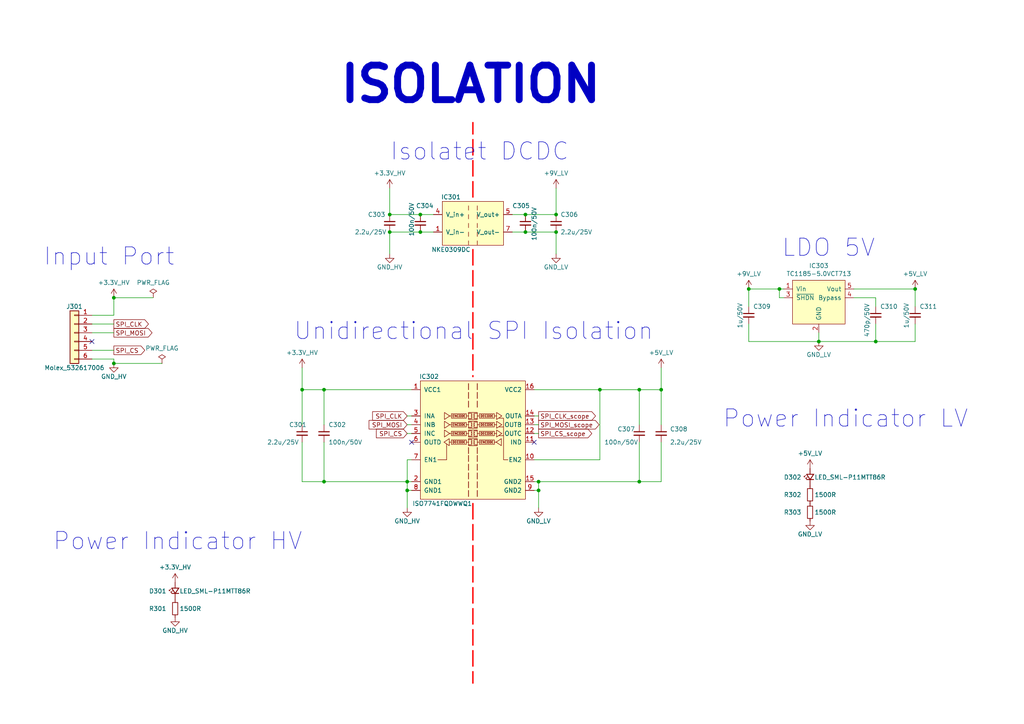
<source format=kicad_sch>
(kicad_sch (version 20211123) (generator eeschema)
  (paper "A4")
  (title_block (title "Isolation") (rev "V0.1") (company "PADERBORN UNIVERSITY DEPARTMENT OF POWER ELECTRONICS AND ELECTRICAL DRIVES"))
  (lib_symbols
    (symbol "Device:C_Small" (pin_numbers hide) (pin_names (offset 0.254) hide)
      (property "Reference" "C" (at 0.254 1.778 0))
      (property "Value" "C_Small" (at 0.254 -2.032 0))
      (symbol "C_Small_0_1"
        (polyline (pts (xy -1.524 -0.508) (xy 1.524 -0.508)) (stroke (width 0.3302)))
        (polyline (pts (xy -1.524 0.508) (xy 1.524 0.508)) (stroke (width 0.3048)))
      )
      (symbol "C_Small_1_1"
        (pin passive line (at 0 2.54 270) (length 2.032) (name "~") (number "1"))
        (pin passive line (at 0 -2.54 90) (length 2.032) (name "~") (number "2"))
      )
    )
    (symbol "Device:R_Small" (pin_numbers hide) (pin_names (offset 0.254) hide)
      (property "Reference" "R" (at 0.762 0.508 0))
      (property "Value" "R_Small" (at 0.762 -1.016 0))
      (symbol "R_Small_0_1"
        (rectangle (start -0.762 1.778) (end 0.762 -1.778) (stroke (width 0.2032)))
      )
      (symbol "R_Small_1_1"
        (pin passive line (at 0 2.54 270) (length 0.762) (name "~") (number "1"))
        (pin passive line (at 0 -2.54 90) (length 0.762) (name "~") (number "2"))
      )
    )
    (symbol "LEA_SymbolLibrary:+3.3V_HV" (power) (pin_numbers hide) (pin_names (offset 0))
      (property "Value" "LEA_SymbolLibrary_+3.3V_HV" (at 0 5.08 0))
      (symbol "+3.3V_HV_1_1"
        (polyline (pts (xy -0.762 1.27) (xy 0 2.54)))
        (polyline (pts (xy 0 0) (xy 0 2.54)))
        (polyline (pts (xy 0 2.54) (xy 0.762 1.27)))
        (pin power_in line (at 0 0 90) (length 0) hide (name "+3.3V_HV") (number "1"))
      )
    )
    (symbol "LEA_SymbolLibrary:+5V_LV" (power) (pin_numbers hide) (pin_names (offset 0))
      (property "Value" "LEA_SymbolLibrary_+5V_LV" (at 0 5.08 0))
      (symbol "+5V_LV_1_1"
        (polyline (pts (xy -0.762 1.27) (xy 0 2.54)))
        (polyline (pts (xy 0 0) (xy 0 2.54)))
        (polyline (pts (xy 0 2.54) (xy 0.762 1.27)))
        (pin power_in line (at 0 0 90) (length 0) hide (name "+5V_LV") (number "1"))
      )
    )
    (symbol "LEA_SymbolLibrary:+9V_LV" (power) (pin_numbers hide) (pin_names (offset 0))
      (property "Value" "LEA_SymbolLibrary_+9V_LV" (at 0 5.08 0))
      (symbol "+9V_LV_1_1"
        (polyline (pts (xy -0.762 1.27) (xy 0 2.54)))
        (polyline (pts (xy 0 0) (xy 0 2.54)))
        (polyline (pts (xy 0 2.54) (xy 0.762 1.27)))
        (pin power_in line (at 0 0 90) (length 0) hide (name "+9V_LV") (number "1"))
      )
    )
    (symbol "LEA_SymbolLibrary:GND_HV" (power) (pin_numbers hide) (pin_names (offset 0))
      (property "Value" "LEA_SymbolLibrary_GND_HV" (at -2.54 5.08 0))
      (symbol "GND_HV_1_1"
        (polyline (pts (xy 0 0) (xy 0 -1.27) (xy 1.27 -1.27) (xy 0 -2.54) (xy -1.27 -1.27) (xy 0 -1.27)))
        (pin power_in line (at 0 0 90) (length 0) hide (name "GND_HV") (number "1"))
      )
    )
    (symbol "LEA_SymbolLibrary:GND_LV" (power) (pin_numbers hide) (pin_names (offset 0))
      (property "Value" "LEA_SymbolLibrary_GND_LV" (at -2.54 5.08 0))
      (symbol "GND_LV_1_1"
        (polyline (pts (xy 0 0) (xy 0 -1.27) (xy 1.27 -1.27) (xy 0 -2.54) (xy -1.27 -1.27) (xy 0 -1.27)))
        (pin power_in line (at 0 0 90) (length 0) hide (name "GND_LV") (number "1"))
      )
    )
    (symbol "LEA_SymbolLibrary:ISO7741FQDWWQ1" (pin_names (offset 1.016))
      (property "Reference" "IC" (at -14.224 15.24 0))
      (property "Value" "LEA_SymbolLibrary_ISO7741FQDWWQ1" (at -6.858 -21.844 0))
      (symbol "ISO7741FQDWWQ1_0_1"
        (rectangle (start -15.24 13.97) (end 15.24 -20.32) (fill (type background)))
        (rectangle (start -10.16 -8.89) (end -7.62 -8.89))
        (rectangle (start -7.62 -8.89) (end -7.62 -5.08))
        (rectangle (start -7.62 -5.08) (end -7.62 -4.318))
        (polyline (pts (xy 10.16 -8.89) (xy 8.89 -8.89) (xy 8.89 -1.905) (xy 7.62 -1.905) (xy 8.89 -1.905) (xy 8.89 0.635) (xy 7.62 0.635) (xy 8.89 0.635) (xy 8.89 3.175) (xy 7.62 3.175)))
      )
      (symbol "ISO7741FQDWWQ1_1_1"
        (rectangle (start -1.905 -3.1496) (end -6.223 -4.4196))
        (rectangle (start -1.905 -0.635) (end -6.223 -1.905))
        (rectangle (start -1.905 1.905) (end -6.223 0.635))
        (rectangle (start -1.905 4.445) (end -6.223 3.175))
        (rectangle (start -1.27 -0.254) (end 1.27 -2.286))
        (rectangle (start -1.27 2.286) (end 1.27 0.254))
        (rectangle (start -1.27 4.826) (end 1.27 2.794))
        (arc (start -0.508 -4.5466) (mid -0.254 -4.2926) (end -0.508 -4.0386))
        (arc (start -0.508 -4.0386) (mid -0.254 -3.7846) (end -0.508 -3.5306))
        (arc (start -0.508 -3.5306) (mid -0.254 -3.2766) (end -0.508 -3.0226))
        (arc (start -0.508 -2.032) (mid -0.254 -1.778) (end -0.508 -1.524))
        (arc (start -0.508 -1.524) (mid -0.254 -1.27) (end -0.508 -1.016))
        (arc (start -0.508 -1.016) (mid -0.254 -0.762) (end -0.508 -0.508))
        (arc (start -0.508 0.508) (mid -0.254 0.762) (end -0.508 1.016))
        (arc (start -0.508 1.016) (mid -0.254 1.27) (end -0.508 1.524))
        (arc (start -0.508 1.524) (mid -0.254 1.778) (end -0.508 2.032))
        (arc (start -0.508 3.048) (mid -0.254 3.302) (end -0.508 3.556))
        (arc (start -0.508 3.556) (mid -0.254 3.81) (end -0.508 4.064))
        (arc (start -0.508 4.064) (mid -0.254 4.318) (end -0.508 4.572))
        (polyline (pts (xy -6.223 -3.7846) (xy -6.858 -3.7846)))
        (polyline (pts (xy -6.223 -1.27) (xy -6.858 -1.27)))
        (polyline (pts (xy -6.223 1.27) (xy -6.858 1.27)))
        (polyline (pts (xy -6.223 3.81) (xy -6.858 3.81)))
        (polyline (pts (xy -1.905 -3.7846) (xy -1.27 -3.7846)))
        (polyline (pts (xy -1.905 -1.27) (xy -1.27 -1.27)))
        (polyline (pts (xy -1.905 1.27) (xy -1.27 1.27)))
        (polyline (pts (xy -1.905 3.81) (xy -1.27 3.81)))
        (polyline (pts (xy -1.27 -4.5466) (xy -0.508 -4.5466)))
        (polyline (pts (xy -1.27 -3.0226) (xy -0.508 -3.0226)))
        (polyline (pts (xy -1.27 -2.032) (xy -0.508 -2.032)))
        (polyline (pts (xy -1.27 -0.508) (xy -0.508 -0.508)))
        (polyline (pts (xy -1.27 0.508) (xy -0.508 0.508)))
        (polyline (pts (xy -1.27 2.032) (xy -0.508 2.032)))
        (polyline (pts (xy -1.27 3.048) (xy -0.508 3.048)))
        (polyline (pts (xy -1.27 4.572) (xy -0.508 4.572)))
        (polyline (pts (xy 0 -22.098) (xy 0 -22.098)) (stroke (width 0.4064)))
        (polyline (pts (xy 0 -18.288) (xy 0 -18.288)) (stroke (width 0.1016)))
        (polyline (pts (xy 0 -17.018) (xy 0 -17.018)) (stroke (width 0.4064)))
        (polyline (pts (xy 0 -13.208) (xy 0 -13.208)) (stroke (width 0.1016)))
        (polyline (pts (xy 0 -11.938) (xy 0 -11.938)) (stroke (width 0.4064)))
        (polyline (pts (xy 0 -8.128) (xy 0 -8.128)) (stroke (width 0.1016)))
        (polyline (pts (xy 0 -7.112) (xy 0 -7.112)) (stroke (width 0.4064)))
        (polyline (pts (xy 0 -3.302) (xy 0 -3.302)) (stroke (width 0.1016)))
        (polyline (pts (xy 0 3.81) (xy 0 3.81)) (stroke (width 0.4064)))
        (polyline (pts (xy 0 7.62) (xy 0 7.62)) (stroke (width 0.1016)))
        (polyline (pts (xy 0 8.89) (xy 0 8.89)) (stroke (width 0.4064)))
        (polyline (pts (xy 0 12.7) (xy 0 12.7)) (stroke (width 0.1016)))
        (polyline (pts (xy 1.27 -4.5466) (xy 0.508 -4.5466)))
        (polyline (pts (xy 1.27 -3.0226) (xy 0.508 -3.0226)))
        (polyline (pts (xy 1.27 -2.032) (xy 0.508 -2.032)))
        (polyline (pts (xy 1.27 -0.508) (xy 0.508 -0.508)))
        (polyline (pts (xy 1.27 0.508) (xy 0.508 0.508)))
        (polyline (pts (xy 1.27 2.032) (xy 0.508 2.032)))
        (polyline (pts (xy 1.27 3.048) (xy 0.508 3.048)))
        (polyline (pts (xy 1.27 4.572) (xy 0.508 4.572)))
        (polyline (pts (xy 1.905 -3.7846) (xy 1.27 -3.7846)))
        (polyline (pts (xy 1.905 -1.27) (xy 1.27 -1.27)))
        (polyline (pts (xy 1.905 1.27) (xy 1.27 1.27)))
        (polyline (pts (xy 1.905 3.81) (xy 1.27 3.81)))
        (polyline (pts (xy 6.223 -3.7846) (xy 6.858 -3.7846)))
        (polyline (pts (xy 6.223 -1.27) (xy 6.858 -1.27)))
        (polyline (pts (xy 6.223 1.27) (xy 6.858 1.27)))
        (polyline (pts (xy 6.223 3.81) (xy 6.858 3.81)))
        (polyline (pts (xy -1.27 -17.78) (xy -1.27 -19.304) (xy -1.27 -19.558)) (stroke (width 0.2032)))
        (polyline (pts (xy -1.27 -15.24) (xy -1.27 -16.764) (xy -1.27 -17.018)) (stroke (width 0.2032)))
        (polyline (pts (xy -1.27 -12.7) (xy -1.27 -14.224) (xy -1.27 -14.478)) (stroke (width 0.2032)))
        (polyline (pts (xy -1.27 -10.16) (xy -1.27 -11.684) (xy -1.27 -11.938)) (stroke (width 0.2032)))
        (polyline (pts (xy -1.27 -7.62) (xy -1.27 -9.144) (xy -1.27 -9.398)) (stroke (width 0.2032)))
        (polyline (pts (xy -1.27 -5.334) (xy -1.27 -6.858) (xy -1.27 -7.112)) (stroke (width 0.2032)))
        (polyline (pts (xy -1.27 8.128) (xy -1.27 6.604) (xy -1.27 6.35)) (stroke (width 0.2032)))
        (polyline (pts (xy -1.27 10.668) (xy -1.27 9.144) (xy -1.27 8.89)) (stroke (width 0.2032)))
        (polyline (pts (xy -1.27 13.208) (xy -1.27 11.684) (xy -1.27 11.43)) (stroke (width 0.2032)))
        (polyline (pts (xy 1.27 -17.78) (xy 1.27 -19.304) (xy 1.27 -19.558)) (stroke (width 0.2032)))
        (polyline (pts (xy 1.27 -15.24) (xy 1.27 -16.764) (xy 1.27 -17.018)) (stroke (width 0.2032)))
        (polyline (pts (xy 1.27 -12.7) (xy 1.27 -14.224) (xy 1.27 -14.478)) (stroke (width 0.2032)))
        (polyline (pts (xy 1.27 -10.16) (xy 1.27 -11.684) (xy 1.27 -11.938)) (stroke (width 0.2032)))
        (polyline (pts (xy 1.27 -7.62) (xy 1.27 -9.144) (xy 1.27 -9.398)) (stroke (width 0.2032)))
        (polyline (pts (xy 1.27 -5.334) (xy 1.27 -6.858) (xy 1.27 -7.112)) (stroke (width 0.2032)))
        (polyline (pts (xy 1.27 8.128) (xy 1.27 6.604) (xy 1.27 6.35)) (stroke (width 0.2032)))
        (polyline (pts (xy 1.27 10.668) (xy 1.27 9.144) (xy 1.27 8.89)) (stroke (width 0.2032)))
        (polyline (pts (xy 1.27 13.208) (xy 1.27 11.684) (xy 1.27 11.43)) (stroke (width 0.2032)))
        (polyline (pts (xy -8.382 -3.7846) (xy -6.858 -2.7686) (xy -6.858 -4.8006) (xy -8.382 -3.7846)))
        (polyline (pts (xy -6.731 -1.27) (xy -8.255 -0.254) (xy -8.255 -2.286) (xy -6.731 -1.27)))
        (polyline (pts (xy -6.731 1.27) (xy -8.255 2.286) (xy -8.255 0.254) (xy -6.731 1.27)))
        (polyline (pts (xy -6.731 3.81) (xy -8.255 4.826) (xy -8.255 2.794) (xy -6.731 3.81)))
        (polyline (pts (xy 6.731 -3.7846) (xy 8.255 -2.7686) (xy 8.255 -4.8006) (xy 6.731 -3.7846)))
        (polyline (pts (xy 8.382 -1.27) (xy 6.858 -0.254) (xy 6.858 -2.286) (xy 8.382 -1.27)))
        (polyline (pts (xy 8.382 1.27) (xy 6.858 2.286) (xy 6.858 0.254) (xy 8.382 1.27)))
        (polyline (pts (xy 8.382 3.81) (xy 6.858 4.826) (xy 6.858 2.794) (xy 8.382 3.81)))
        (arc (start 0.508 -4.0386) (mid 0.254 -4.2926) (end 0.508 -4.5466))
        (arc (start 0.508 -3.5306) (mid 0.254 -3.7846) (end 0.508 -4.0386))
        (arc (start 0.508 -3.0226) (mid 0.254 -3.2766) (end 0.508 -3.5306))
        (arc (start 0.508 -1.524) (mid 0.254 -1.778) (end 0.508 -2.032))
        (arc (start 0.508 -1.016) (mid 0.254 -1.27) (end 0.508 -1.524))
        (arc (start 0.508 -0.508) (mid 0.254 -0.762) (end 0.508 -1.016))
        (arc (start 0.508 1.016) (mid 0.254 0.762) (end 0.508 0.508))
        (arc (start 0.508 1.524) (mid 0.254 1.27) (end 0.508 1.016))
        (arc (start 0.508 2.032) (mid 0.254 1.778) (end 0.508 1.524))
        (arc (start 0.508 3.556) (mid 0.254 3.302) (end 0.508 3.048))
        (arc (start 0.508 4.064) (mid 0.254 3.81) (end 0.508 3.556))
        (arc (start 0.508 4.572) (mid 0.254 4.318) (end 0.508 4.064))
        (rectangle (start 1.27 -2.7686) (end -1.27 -4.8006))
        (rectangle (start 1.905 -3.1496) (end 6.223 -4.4196))
        (rectangle (start 1.905 -0.635) (end 6.223 -1.905))
        (rectangle (start 1.905 1.905) (end 6.223 0.635))
        (rectangle (start 1.905 4.445) (end 6.223 3.175))
        (text "DECODE" (at -4.064 -3.7846 0) (effects (font (size 0.635 0.635))))
        (text "DECODE" (at 4.064 -1.27 0) (effects (font (size 0.635 0.635))))
        (text "DECODE" (at 4.064 1.27 0) (effects (font (size 0.635 0.635))))
        (text "DECODE" (at 4.064 3.81 0) (effects (font (size 0.635 0.635))))
        (text "ENCODE" (at -4.064 -1.27 0) (effects (font (size 0.635 0.635))))
        (text "ENCODE" (at -4.064 1.27 0) (effects (font (size 0.635 0.635))))
        (text "ENCODE" (at -4.064 3.81 0) (effects (font (size 0.635 0.635))))
        (text "ENCODE" (at 4.064 -3.7846 0) (effects (font (size 0.635 0.635))))
        (pin power_in line (at -17.78 11.43 0) (length 2.54) (name "VCC1") (number "1"))
        (pin passive line (at 17.78 -8.89 180) (length 2.54) (name "EN2") (number "10"))
        (pin input line (at 17.78 -3.81 180) (length 2.54) (name "IND") (number "11"))
        (pin output line (at 17.78 -1.27 180) (length 2.54) (name "OUTC") (number "12"))
        (pin output line (at 17.78 1.27 180) (length 2.54) (name "OUTB") (number "13"))
        (pin output line (at 17.78 3.81 180) (length 2.54) (name "OUTA") (number "14"))
        (pin power_in line (at 17.78 -15.24 180) (length 2.54) (name "GND2") (number "15"))
        (pin power_in line (at 17.78 11.43 180) (length 2.54) (name "VCC2") (number "16"))
        (pin power_in line (at -17.78 -15.24 0) (length 2.54) (name "GND1") (number "2"))
        (pin input line (at -17.78 3.81 0) (length 2.54) (name "INA") (number "3"))
        (pin input line (at -17.78 1.27 0) (length 2.54) (name "INB") (number "4"))
        (pin input line (at -17.78 -1.27 0) (length 2.54) (name "INC") (number "5"))
        (pin output line (at -17.78 -3.81 0) (length 2.54) (name "OUTD") (number "6"))
        (pin passive line (at -17.78 -8.89 0) (length 2.54) (name "EN1") (number "7"))
        (pin power_in line (at -17.78 -17.78 0) (length 2.54) (name "GND1") (number "8"))
        (pin power_in line (at 17.78 -17.78 180) (length 2.54) (name "GND2") (number "9"))
      )
    )
    (symbol "LEA_SymbolLibrary:LED_SML-P11MTT86R" (pin_numbers hide) (pin_names (offset 1.016) hide)
      (property "Reference" "D" (at 0 5.08 0))
      (property "Value" "LEA_SymbolLibrary_LED_SML-P11MTT86R" (at 0 2.54 0))
      (symbol "LED_SML-P11MTT86R_1_1"
        (polyline (pts (xy -0.6604 -1.0414) (xy -0.6604 0.9906)) (stroke (width 0.254)))
        (polyline (pts (xy 0.8636 -1.0414) (xy -0.6604 -0.0254) (xy 0.8636 0.9906) (xy 0.8636 -1.0414)) (stroke (width 0.254)))
        (polyline (pts (xy 0.1016 0.7366) (xy -0.4064 1.2446) (xy -0.1524 1.2446) (xy -0.4064 1.2446) (xy -0.4064 0.9906)))
        (polyline (pts (xy 0.6096 1.2446) (xy 0.1016 1.7526) (xy 0.3556 1.7526) (xy 0.1016 1.7526) (xy 0.1016 1.4986)))
        (pin passive line (at 2.54 0 180) (length 1.6002) (name "A") (number "A"))
        (pin passive line (at -2.54 0 0) (length 1.778) (name "K") (number "K"))
      )
    )
    (symbol "LEA_SymbolLibrary:Molex_532617006" (pin_names (offset 1.016) hide)
      (property "Reference" "J" (at -1.27 2.54 0))
      (property "Value" "LEA_SymbolLibrary_Molex_532617006" (at 0 -15.24 0))
      (symbol "Molex_532617006_1_1"
        (rectangle (start 1.27 -12.573) (end 0 -12.827) (stroke (width 0.1524)))
        (rectangle (start 1.27 -10.033) (end 0 -10.287) (stroke (width 0.1524)))
        (rectangle (start 1.27 -7.493) (end 0 -7.747) (stroke (width 0.1524)))
        (rectangle (start 1.27 -4.953) (end 0 -5.207) (stroke (width 0.1524)))
        (rectangle (start 1.27 -2.413) (end 0 -2.667) (stroke (width 0.1524)))
        (rectangle (start 1.27 0.127) (end 0 -0.127) (stroke (width 0.1524)))
        (rectangle (start 1.27 1.27) (end -1.27 -13.97) (stroke (width 0.254)) (fill (type background)))
        (pin passive line (at 5.08 0 180) (length 3.81) (name "Pin_1") (number "1"))
        (pin passive line (at 5.08 -2.54 180) (length 3.81) (name "Pin_2") (number "2"))
        (pin passive line (at 5.08 -5.08 180) (length 3.81) (name "Pin_3") (number "3"))
        (pin passive line (at 5.08 -7.62 180) (length 3.81) (name "Pin_4") (number "4"))
        (pin passive line (at 5.08 -10.16 180) (length 3.81) (name "Pin_5") (number "5"))
        (pin passive line (at 5.08 -12.7 180) (length 3.81) (name "Pin_6") (number "6"))
      )
    )
    (symbol "LEA_SymbolLibrary:NKE0309DC" (pin_names (offset 1.016))
      (property "Reference" "IC" (at -7.874 7.366 0))
      (property "Value" "LEA_SymbolLibrary_NKE0309DC" (at 0 -7.62 0))
      (symbol "NKE0309DC_0_1"
        (rectangle (start -8.89 6.35) (end 8.89 -6.35) (fill (type background)))
      )
      (symbol "NKE0309DC_1_1"
        (rectangle (start -1.27 -5.08) (end -1.27 -6.35))
        (rectangle (start -1.27 -2.54) (end -1.27 -3.81))
        (rectangle (start -1.27 0) (end -1.27 -1.27))
        (rectangle (start -1.27 2.54) (end -1.27 1.27))
        (rectangle (start -1.27 5.08) (end -1.27 3.81))
        (rectangle (start 1.27 -5.08) (end 1.27 -6.35))
        (rectangle (start 1.27 -2.54) (end 1.27 -3.81))
        (rectangle (start 1.27 0) (end 1.27 -1.27))
        (rectangle (start 1.27 2.54) (end 1.27 1.27))
        (rectangle (start 1.27 5.08) (end 1.27 3.81))
        (pin power_in line (at -11.43 -2.54 0) (length 2.54) (name "V_in-") (number "1"))
        (pin power_in line (at -11.43 2.54 0) (length 2.54) (name "V_in+") (number "4"))
        (pin power_out line (at 11.43 2.54 180) (length 2.54) (name "V_out+") (number "5"))
        (pin power_out line (at 11.43 -2.54 180) (length 2.54) (name "V_out-") (number "7"))
      )
    )
    (symbol "LEA_SymbolLibrary:TC1185-5.0VCT713" (pin_names (offset 1.016))
      (property "Reference" "IC" (at -6.35 -7.62 0))
      (property "Value" "LEA_SymbolLibrary_TC1185-5.0VCT713" (at 1.27 7.62 0))
      (symbol "TC1185-5.0VCT713_0_1"
        (rectangle (start -7.62 6.35) (end 7.62 -6.35) (fill (type background)))
      )
      (symbol "TC1185-5.0VCT713_1_1"
        (pin power_in line (at -10.16 3.81 0) (length 2.54) (name "Vin") (number "1"))
        (pin power_in line (at 0 -8.89 90) (length 2.54) (name "GND") (number "2"))
        (pin input line (at -10.16 1.27 0) (length 2.54) (name "~{SHDN}") (number "3"))
        (pin passive line (at 10.16 1.27 180) (length 2.54) (name "Bypass") (number "4"))
        (pin power_out line (at 10.16 3.81 180) (length 2.54) (name "Vout") (number "5"))
      )
    )
    (symbol "power:PWR_FLAG" (power) (pin_numbers hide) (pin_names (offset 0) hide)
      (property "Value" "PWR_FLAG" (at 0 3.81 0))
      (symbol "PWR_FLAG_0_0"
        (pin power_out line (at 0 0 90) (length 0) (name "pwr") (number "1"))
      )
      (symbol "PWR_FLAG_0_1"
        (polyline (pts (xy 0 0) (xy 0 1.27) (xy -1.016 1.905) (xy 0 2.54) (xy 1.016 1.905) (xy 0 1.27)))
      )
    )
  )
  (junction (at 93.98 139.7))
  (junction (at 152.4 67.31))
  (junction (at 185.42 139.7))
  (junction (at 191.77 113.03))
  (junction (at 152.4 62.23))
  (junction (at 156.21 142.24))
  (junction (at 121.92 67.31))
  (junction (at 121.92 62.23))
  (junction (at 254 99.06))
  (junction (at 118.11 142.24))
  (junction (at 93.98 113.03))
  (junction (at 173.99 113.03))
  (junction (at 156.21 139.7))
  (junction (at 33.02 105.41))
  (junction (at 161.29 67.31))
  (junction (at 87.63 113.03))
  (junction (at 217.17 83.82))
  (junction (at 161.29 62.23))
  (junction (at 237.49 99.06))
  (junction (at 33.02 86.36))
  (junction (at 226.06 83.82))
  (junction (at 185.42 113.03))
  (junction (at 113.03 62.23))
  (junction (at 113.03 67.31))
  (junction (at 118.11 139.7))
  (junction (at 265.43 83.82))
  (no_connect (at 154.94 128.27))
  (no_connect (at 26.67 99.06))
  (no_connect (at 119.38 128.27))
  (wire (pts (xy 44.45 86.36) (xy 33.02 86.36)))
  (wire (pts (xy 26.67 91.44) (xy 33.02 91.44)))
  (wire (pts (xy 237.49 99.06) (xy 254 99.06)))
  (wire (pts (xy 26.67 101.6) (xy 33.02 101.6)))
  (wire (pts (xy 237.49 99.06) (xy 237.49 96.52)))
  (wire (pts (xy 154.94 125.73) (xy 156.21 125.73)))
  (wire (pts (xy 154.94 139.7) (xy 156.21 139.7)))
  (wire (pts (xy 93.98 139.7) (xy 118.11 139.7)))
  (polyline (pts (xy 137.16 57.15) (xy 137.16 35.56)) (stroke (width 0.4064) (color 255 0 0 1)))
  (wire (pts (xy 93.98 128.27) (xy 93.98 139.7)))
  (wire (pts (xy 118.11 133.35) (xy 118.11 139.7)))
  (wire (pts (xy 254 99.06) (xy 265.43 99.06)))
  (wire (pts (xy 191.77 113.03) (xy 191.77 106.68)))
  (wire (pts (xy 247.65 83.82) (xy 265.43 83.82)))
  (wire (pts (xy 254 86.36) (xy 254 88.9)))
  (wire (pts (xy 87.63 113.03) (xy 93.98 113.03)))
  (wire (pts (xy 185.42 139.7) (xy 191.77 139.7)))
  (wire (pts (xy 226.06 86.36) (xy 226.06 83.82)))
  (wire (pts (xy 119.38 142.24) (xy 118.11 142.24)))
  (wire (pts (xy 119.38 123.19) (xy 118.11 123.19)))
  (wire (pts (xy 191.77 113.03) (xy 185.42 113.03)))
  (wire (pts (xy 119.38 133.35) (xy 118.11 133.35)))
  (wire (pts (xy 173.99 133.35) (xy 173.99 113.03)))
  (wire (pts (xy 93.98 113.03) (xy 119.38 113.03)))
  (wire (pts (xy 87.63 123.19) (xy 87.63 113.03)))
  (wire (pts (xy 173.99 113.03) (xy 185.42 113.03)))
  (wire (pts (xy 217.17 83.82) (xy 226.06 83.82)))
  (wire (pts (xy 113.03 67.31) (xy 121.92 67.31)))
  (polyline (pts (xy 137.16 72.39) (xy 137.16 109.22)) (stroke (width 0.4064) (color 255 0 0 1)))
  (wire (pts (xy 226.06 83.82) (xy 227.33 83.82)))
  (wire (pts (xy 87.63 139.7) (xy 87.63 128.27)))
  (wire (pts (xy 191.77 139.7) (xy 191.77 128.27)))
  (wire (pts (xy 254 99.06) (xy 254 93.98)))
  (wire (pts (xy 26.67 93.98) (xy 33.02 93.98)))
  (wire (pts (xy 148.59 62.23) (xy 152.4 62.23)))
  (wire (pts (xy 118.11 120.65) (xy 119.38 120.65)))
  (wire (pts (xy 148.59 67.31) (xy 152.4 67.31)))
  (wire (pts (xy 154.94 142.24) (xy 156.21 142.24)))
  (wire (pts (xy 161.29 62.23) (xy 161.29 54.61)))
  (wire (pts (xy 154.94 123.19) (xy 156.21 123.19)))
  (wire (pts (xy 113.03 62.23) (xy 113.03 54.61)))
  (wire (pts (xy 26.67 104.14) (xy 33.02 104.14)))
  (wire (pts (xy 93.98 139.7) (xy 87.63 139.7)))
  (wire (pts (xy 161.29 67.31) (xy 161.29 73.66)))
  (wire (pts (xy 191.77 123.19) (xy 191.77 113.03)))
  (wire (pts (xy 152.4 67.31) (xy 161.29 67.31)))
  (wire (pts (xy 217.17 83.82) (xy 217.17 88.9)))
  (wire (pts (xy 156.21 139.7) (xy 185.42 139.7)))
  (wire (pts (xy 113.03 67.31) (xy 113.03 73.66)))
  (wire (pts (xy 33.02 91.44) (xy 33.02 86.36)))
  (polyline (pts (xy 137.16 146.05) (xy 137.16 198.12)) (stroke (width 0.4064) (color 255 0 0 1)))
  (wire (pts (xy 156.21 139.7) (xy 156.21 142.24)))
  (wire (pts (xy 121.92 67.31) (xy 125.73 67.31)))
  (wire (pts (xy 33.02 96.52) (xy 26.67 96.52)))
  (wire (pts (xy 119.38 139.7) (xy 118.11 139.7)))
  (wire (pts (xy 185.42 113.03) (xy 185.42 123.19)))
  (wire (pts (xy 265.43 99.06) (xy 265.43 93.98)))
  (wire (pts (xy 125.73 62.23) (xy 121.92 62.23)))
  (wire (pts (xy 118.11 139.7) (xy 118.11 142.24)))
  (wire (pts (xy 154.94 113.03) (xy 173.99 113.03)))
  (wire (pts (xy 152.4 62.23) (xy 161.29 62.23)))
  (wire (pts (xy 113.03 62.23) (xy 121.92 62.23)))
  (wire (pts (xy 118.11 142.24) (xy 118.11 147.32)))
  (wire (pts (xy 185.42 139.7) (xy 185.42 128.27)))
  (wire (pts (xy 156.21 142.24) (xy 156.21 147.32)))
  (wire (pts (xy 247.65 86.36) (xy 254 86.36)))
  (wire (pts (xy 265.43 83.82) (xy 265.43 88.9)))
  (wire (pts (xy 118.11 125.73) (xy 119.38 125.73)))
  (wire (pts (xy 217.17 99.06) (xy 237.49 99.06)))
  (wire (pts (xy 217.17 93.98) (xy 217.17 99.06)))
  (wire (pts (xy 33.02 104.14) (xy 33.02 105.41)))
  (wire (pts (xy 87.63 106.68) (xy 87.63 113.03)))
  (wire (pts (xy 46.99 105.41) (xy 33.02 105.41)))
  (wire (pts (xy 227.33 86.36) (xy 226.06 86.36)))
  (wire (pts (xy 93.98 123.19) (xy 93.98 113.03)))
  (wire (pts (xy 154.94 133.35) (xy 173.99 133.35)))
  (wire (pts (xy 154.94 120.65) (xy 156.21 120.65)))
  (text "Power Indicator HV" (at 15.24 160.02 0) (effects (font (size 5.0038 5.0038)) (justify left bottom)))
  (text "LDO 5V\n" (at 254 74.93 180) (effects (font (size 5.0038 5.0038)) (justify right bottom)))
  (text "ISOLATION" (at 175.26 30.48 180) (effects (font (size 10.0076 10.0076) (thickness 2.0015) bold) (justify right bottom)))
  (text "Power Indicator LV" (at 209.55 124.46 0) (effects (font (size 5.0038 5.0038)) (justify left bottom)))
  (text "Unidirectional SPI Isolation\n" (at 85.09 99.06 0) (effects (font (size 5.0038 5.0038)) (justify left bottom)))
  (text "Input Port\n" (at 50.8 77.47 180) (effects (font (size 5.0038 5.0038)) (justify right bottom)))
  (text "Isolatet DCDC\n" (at 113.03 46.99 0) (effects (font (size 5.0038 5.0038)) (justify left bottom)))
  (global_label "SPI_CLK" (shape output) (at 33.02 93.98 0) (property "Intersheet References" "${INTERSHEET_REFS}" (effects hide)))
  (global_label "SPI_CS" (shape input) (at 118.11 125.73 180) (property "Intersheet References" "${INTERSHEET_REFS}" (effects hide)))
  (global_label "SPI_CS_scope" (shape output) (at 156.21 125.73 0) (property "Intersheet References" "${INTERSHEET_REFS}" (effects hide)))
  (global_label "SPI_MOSI_scope" (shape output) (at 156.21 123.19 0) (property "Intersheet References" "${INTERSHEET_REFS}" (effects hide)))
  (global_label "SPI_MOSI" (shape output) (at 33.02 96.52 0) (property "Intersheet References" "${INTERSHEET_REFS}" (effects hide)))
  (global_label "SPI_CLK_scope" (shape output) (at 156.21 120.65 0) (property "Intersheet References" "${INTERSHEET_REFS}" (effects hide)))
  (global_label "SPI_MOSI" (shape input) (at 118.11 123.19 180) (property "Intersheet References" "${INTERSHEET_REFS}" (effects hide)))
  (global_label "SPI_CLK" (shape input) (at 118.11 120.65 180) (property "Intersheet References" "${INTERSHEET_REFS}" (effects hide)))
  (global_label "SPI_CS" (shape output) (at 33.02 101.6 0) (property "Intersheet References" "${INTERSHEET_REFS}" (effects hide)))
  (symbol (lib_id "Device:C_Small") (at 93.98 125.73 0) (unit 1)
    (property "Reference" "C302" (at 95.25 123.19 0) (effects (justify left)))
    (property "Value" "100n/50V" (at 95.25 128.27 0) (effects (justify left)))
    (property "Footprint" "LEA_FootprintLibrary:C_0402" (effects hide))
  )
  (symbol (lib_id "Device:C_Small") (at 185.42 125.73 0) (unit 1)
    (property "Reference" "C307" (at 179.07 124.46 0) (effects (justify left)))
    (property "Value" "100n/50V" (at 175.26 128.27 0) (effects (justify left)))
    (property "Footprint" "LEA_FootprintLibrary:C_0402" (effects hide))
  )
  (symbol (lib_id "Device:C_Small") (at 152.4 64.77 0) (unit 1)
    (property "Reference" "C305" (at 148.59 59.69 0) (effects (justify left)))
    (property "Value" "100n/50V" (at 154.94 69.85 90) (effects (justify left)))
    (property "Footprint" "LEA_FootprintLibrary:C_0402" (effects hide))
  )
  (symbol (lib_id "Device:C_Small") (at 161.29 64.77 0) (unit 1)
    (property "Reference" "C306" (at 162.56 62.23 0) (effects (justify left)))
    (property "Value" "2.2u/25V" (at 162.56 67.31 0) (effects (justify left)))
    (property "Footprint" "LEA_FootprintLibrary:C_0402" (effects hide))
  )
  (symbol (lib_id "Device:C_Small") (at 121.92 64.77 0) (unit 1)
    (property "Reference" "C304" (at 120.65 59.69 0) (effects (justify left)))
    (property "Value" "100n/50V" (at 119.38 68.58 90) (effects (justify left)))
    (property "Footprint" "LEA_FootprintLibrary:C_0402" (effects hide))
  )
  (symbol (lib_id "Device:C_Small") (at 113.03 64.77 0) (unit 1)
    (property "Reference" "C303" (at 106.68 62.23 0) (effects (justify left)))
    (property "Value" "2.2u/25V" (at 102.87 67.31 0) (effects (justify left)))
    (property "Footprint" "LEA_FootprintLibrary:C_0402" (effects hide))
  )
  (symbol (lib_id "Device:C_Small") (at 87.63 125.73 0) (unit 1)
    (property "Reference" "C301" (at 83.82 123.19 0) (effects (justify left)))
    (property "Value" "2.2u/25V" (at 77.47 128.27 0) (effects (justify left)))
    (property "Footprint" "LEA_FootprintLibrary:C_0402" (effects hide))
  )
  (symbol (lib_id "Device:C_Small") (at 191.77 125.73 0) (unit 1)
    (property "Reference" "C308" (at 194.31 124.46 0) (effects (justify left)))
    (property "Value" "2.2u/25V" (at 194.31 128.27 0) (effects (justify left)))
    (property "Footprint" "LEA_FootprintLibrary:C_0402" (effects hide))
  )
  (symbol (lib_id "LEA_SymbolLibrary:LED_SML-P11MTT86R") (at 50.8 171.45 90) (unit 1)
    (property "Reference" "D301" (at 43.18 171.45 90) (effects (justify right)))
    (property "Value" "LED_SML-P11MTT86R" (at 52.07 171.45 90) (effects (justify right)))
    (property "Footprint" "LEA_FootprintLibrary:LED_0402" (effects hide))
    (property "Datasheet" "https://fscdn.rohm.com/en/products/databook/datasheet/opto/led/chip_mono/sml-p11-e.pdf" (effects hide))
    (property "Manufacturer" "ROHM Semiconductor" (effects hide))
    (property "Mouser No" "755-SML-P11MTT86R" (effects hide))
  )
  (symbol (lib_id "LEA_SymbolLibrary:LED_SML-P11MTT86R") (at 234.95 138.43 90) (unit 1)
    (property "Reference" "D302" (at 227.33 138.43 90) (effects (justify right)))
    (property "Value" "LED_SML-P11MTT86R" (at 236.22 138.43 90) (effects (justify right)))
    (property "Footprint" "LEA_FootprintLibrary:LED_0402" (effects hide))
    (property "Datasheet" "https://fscdn.rohm.com/en/products/databook/datasheet/opto/led/chip_mono/sml-p11-e.pdf" (effects hide))
    (property "Manufacturer" "ROHM Semiconductor" (effects hide))
    (property "Mouser No" "755-SML-P11MTT86R" (effects hide))
  )
  (symbol (lib_id "LEA_SymbolLibrary:Molex_532617006") (at 21.59 91.44 0) (unit 1)
    (property "Reference" "J301" (at 21.59 88.9 0))
    (property "Value" "Molex_532617006" (at 21.59 106.68 0))
    (property "Footprint" "LEA_FootprintLibrary:6-PinHeader_Molex_532617006" (effects hide))
    (property "Datasheet" "https://www.molex.com/pdm_docs/sd/532617006_sd.pdf" (effects hide))
    (property "Manufacturer" "Molex" (effects hide))
    (property "Mouser No" "538-53261-7006" (effects hide))
  )
  (symbol (lib_id "LEA_SymbolLibrary:ISO7741FQDWWQ1") (at 137.16 124.46 0) (unit 1)
    (property "Reference" "IC302" (at 124.46 109.22 0))
    (property "Value" "ISO7741FQDWWQ1" (at 128.27 146.05 0))
    (property "Footprint" "LEA_FootprintLibrary:SOIC-16_TI_DWW0016A_Optimized" (effects hide))
    (property "Datasheet" "https://www.ti.com/lit/ds/symlink/iso7741-q1.pdf?ts=1637972753620&ref_url=https%253A%252F%252Fwww.ti.com%252Fproduct%252FISO7741-Q1" (effects hide))
    (property "Manufacturer" "Texas Instruments" (effects hide))
    (property "Mouser No" "595-ISO7741FQDWWQ1" (effects hide))
  )
  (symbol (lib_id "LEA_SymbolLibrary:NKE0309DC") (at 137.16 64.77 0) (unit 1)
    (property "Reference" "IC301" (at 130.81 57.15 0))
    (property "Value" "NKE0309DC" (at 130.81 72.39 0))
    (property "Footprint" "LEA_FootprintLibrary:DIP_Murata_NKE0309DC" (effects hide))
    (property "Datasheet" "https://www.murata.com/products/productdata/8807030915102/kdc-nke.pdf?1614569448000" (effects hide))
    (property "Manufacturer" "Murata" (effects hide))
    (property "Mouser No" "580-NKE0309DC" (effects hide))
  )
  (symbol (lib_id "LEA_SymbolLibrary:TC1185-5.0VCT713") (at 237.49 87.63 0) (unit 1)
    (property "Reference" "IC303" (at 237.49 77.089 0))
    (property "Value" "TC1185-5.0VCT713" (at 237.49 79.4004 0))
    (property "Footprint" "LEA_FootprintLibrary:SOT-23-5_Microchip" (effects hide))
    (property "Datasheet" "https://ww1.microchip.com/downloads/en/DeviceDoc/21335e.pdf" (effects hide))
    (property "Manufacturer" "MICROCHIP" (effects hide))
    (property "Mouser No" "579-TC1185-5.0VCT713" (effects hide))
  )
  (symbol (lib_id "Device:R_Small") (at 50.8 176.53 0) (unit 1)
    (property "Reference" "R301" (at 43.18 176.53 0) (effects (justify left)))
    (property "Value" "1500R" (at 52.07 176.53 0) (effects (justify left)))
    (property "Footprint" "LEA_FootprintLibrary:R_0402" (effects hide))
  )
  (symbol (lib_id "LEA_SymbolLibrary:+3.3V_HV") (at 50.8 168.91 0) (unit 1)
    (property "Reference" "#PWR0303" (effects hide))
    (property "Value" "+3.3V_HV" (at 50.8 164.5158 0))
  )
  (symbol (lib_id "LEA_SymbolLibrary:GND_HV") (at 50.8 179.07 0) (unit 1)
    (property "Reference" "#PWR0304" (effects hide))
    (property "Value" "GND_HV" (at 50.8 182.88 0))
  )
  (symbol (lib_id "LEA_SymbolLibrary:GND_LV") (at 234.95 151.13 0) (unit 1)
    (property "Reference" "#PWR0315" (effects hide))
    (property "Value" "GND_LV" (at 234.95 154.94 0))
  )
  (symbol (lib_id "LEA_SymbolLibrary:+5V_LV") (at 234.95 135.89 0) (unit 1)
    (property "Reference" "#PWR0314" (effects hide))
    (property "Value" "+5V_LV" (at 234.95 131.4958 0))
  )
  (symbol (lib_id "Device:R_Small") (at 234.95 143.51 0) (unit 1)
    (property "Reference" "R302" (at 227.33 143.51 0) (effects (justify left)))
    (property "Value" "1500R" (at 236.22 143.51 0) (effects (justify left)))
    (property "Footprint" "LEA_FootprintLibrary:R_0402" (effects hide))
  )
  (symbol (lib_id "Device:R_Small") (at 234.95 148.59 0) (unit 1)
    (property "Reference" "R303" (at 227.33 148.59 0) (effects (justify left)))
    (property "Value" "1500R" (at 236.22 148.59 0) (effects (justify left)))
    (property "Footprint" "LEA_FootprintLibrary:R_0402" (effects hide))
  )
  (symbol (lib_id "Device:C_Small") (at 254 91.44 0) (unit 1)
    (property "Reference" "C310" (at 255.27 88.9 0) (effects (justify left)))
    (property "Value" "470p/50V" (at 251.46 97.79 90) (effects (justify left)))
    (property "Footprint" "LEA_FootprintLibrary:C_0402" (effects hide))
  )
  (symbol (lib_id "Device:C_Small") (at 265.43 91.44 0) (unit 1)
    (property "Reference" "C311" (at 266.7 88.9 0) (effects (justify left)))
    (property "Value" "1u/50V" (at 262.89 95.25 90) (effects (justify left)))
    (property "Footprint" "LEA_FootprintLibrary:C_0402" (effects hide))
  )
  (symbol (lib_id "Device:C_Small") (at 217.17 91.44 0) (unit 1)
    (property "Reference" "C309" (at 218.44 88.9 0) (effects (justify left)))
    (property "Value" "1u/50V" (at 214.63 95.25 90) (effects (justify left)))
    (property "Footprint" "LEA_FootprintLibrary:C_0402" (effects hide))
  )
  (symbol (lib_id "LEA_SymbolLibrary:+3.3V_HV") (at 33.02 86.36 0) (unit 1)
    (property "Reference" "#PWR0301" (effects hide))
    (property "Value" "+3.3V_HV" (at 33.02 81.9658 0))
  )
  (symbol (lib_id "LEA_SymbolLibrary:+3.3V_HV") (at 113.03 54.61 0) (unit 1)
    (property "Reference" "#PWR0306" (effects hide))
    (property "Value" "+3.3V_HV" (at 113.03 50.2158 0))
  )
  (symbol (lib_id "LEA_SymbolLibrary:+3.3V_HV") (at 87.63 106.68 0) (unit 1)
    (property "Reference" "#PWR0305" (effects hide))
    (property "Value" "+3.3V_HV" (at 87.63 102.2858 0))
  )
  (symbol (lib_id "LEA_SymbolLibrary:GND_HV") (at 33.02 105.41 0) (unit 1)
    (property "Reference" "#PWR0302" (effects hide))
    (property "Value" "GND_HV" (at 33.02 109.22 0))
  )
  (symbol (lib_id "LEA_SymbolLibrary:GND_HV") (at 113.03 73.66 0) (unit 1)
    (property "Reference" "#PWR0307" (effects hide))
    (property "Value" "GND_HV" (at 113.03 77.47 0))
  )
  (symbol (lib_id "LEA_SymbolLibrary:GND_HV") (at 118.11 147.32 0) (unit 1)
    (property "Reference" "#PWR0308" (effects hide))
    (property "Value" "GND_HV" (at 118.11 151.13 0))
  )
  (symbol (lib_id "LEA_SymbolLibrary:+9V_LV") (at 161.29 54.61 0) (unit 1)
    (property "Reference" "#PWR0310" (effects hide))
    (property "Value" "+9V_LV" (at 161.29 50.2158 0))
  )
  (symbol (lib_id "LEA_SymbolLibrary:+9V_LV") (at 217.17 83.82 0) (unit 1)
    (property "Reference" "#PWR0313" (effects hide))
    (property "Value" "+9V_LV" (at 217.17 79.4258 0))
  )
  (symbol (lib_id "power:PWR_FLAG") (at 44.45 86.36 0) (unit 1)
    (property "Reference" "#FLG0301" (effects hide))
    (property "Value" "PWR_FLAG" (at 44.45 81.9658 0))
  )
  (symbol (lib_id "power:PWR_FLAG") (at 46.99 105.41 0) (unit 1)
    (property "Reference" "#FLG0302" (effects hide))
    (property "Value" "PWR_FLAG" (at 46.99 101.0158 0))
  )
  (symbol (lib_id "LEA_SymbolLibrary:GND_LV") (at 161.29 73.66 0) (unit 1)
    (property "Reference" "#PWR0311" (effects hide))
    (property "Value" "GND_LV" (at 161.29 77.47 0))
  )
  (symbol (lib_id "LEA_SymbolLibrary:GND_LV") (at 156.21 147.32 0) (unit 1)
    (property "Reference" "#PWR0309" (effects hide))
    (property "Value" "GND_LV" (at 156.21 151.13 0))
  )
  (symbol (lib_id "LEA_SymbolLibrary:GND_LV") (at 237.49 99.06 0) (unit 1)
    (property "Reference" "#PWR0316" (effects hide))
    (property "Value" "GND_LV" (at 237.49 102.87 0))
  )
  (symbol (lib_id "LEA_SymbolLibrary:+5V_LV") (at 191.77 106.68 0) (unit 1)
    (property "Reference" "#PWR0312" (effects hide))
    (property "Value" "+5V_LV" (at 191.77 102.2858 0))
  )
  (symbol (lib_id "LEA_SymbolLibrary:+5V_LV") (at 265.43 83.82 0) (unit 1)
    (property "Reference" "#PWR0317" (effects hide))
    (property "Value" "+5V_LV" (at 265.43 79.4258 0))
  )
)
</source>
